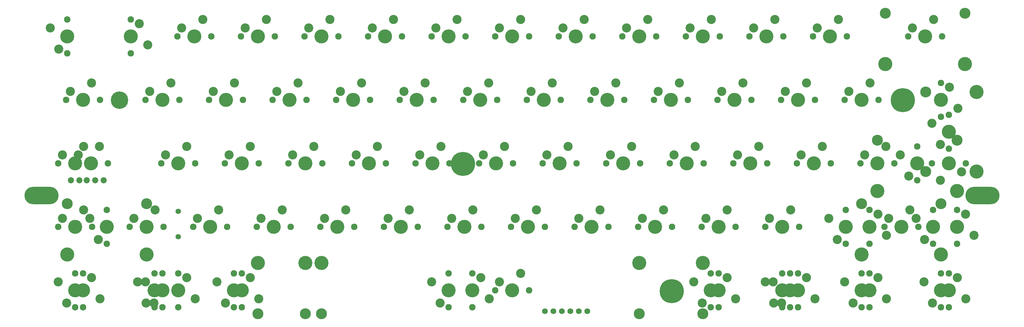
<source format=gts>
G04 (created by PCBNEW (2012-oct-18)-testing) date Fri 26 Oct 2012 04:47:30 PM CEST*
%MOIN*%
G04 Gerber Fmt 3.4, Leading zero omitted, Abs format*
%FSLAX34Y34*%
G01*
G70*
G90*
G04 APERTURE LIST*
%ADD10C,3.93701e-06*%
%ADD11C,0.1661*%
%ADD12C,0.1078*%
%ADD13C,0.0763*%
%ADD14C,0.1294*%
%ADD15C,0.1664*%
%ADD16C,0.285*%
%ADD17O,0.4031X0.2063*%
%ADD18C,0.2063*%
%ADD19C,0.0644*%
%ADD20C,0.0724*%
%ADD21C,0.0684551*%
G04 APERTURE END LIST*
G54D10*
G54D11*
X4539Y-18504D03*
G54D12*
X5539Y-16504D03*
X3039Y-17504D03*
G54D13*
X2539Y-18504D03*
G54D11*
X6414Y-18504D03*
G54D12*
X7414Y-16504D03*
X4914Y-17504D03*
G54D13*
X8414Y-18504D03*
G54D14*
X109539Y-754D03*
G54D15*
X109539Y-6754D03*
G54D14*
X3601Y-23254D03*
G54D15*
X3601Y-29254D03*
G54D14*
X12976Y-23254D03*
G54D15*
X12976Y-29254D03*
G54D14*
X106726Y-23254D03*
G54D15*
X106726Y-29254D03*
G54D14*
X97351Y-23254D03*
G54D15*
X97351Y-29254D03*
G54D14*
X108601Y-15754D03*
G54D15*
X108601Y-21754D03*
G54D14*
X99226Y-15754D03*
G54D15*
X99226Y-21754D03*
G54D14*
X104914Y-10066D03*
G54D15*
X110914Y-10066D03*
G54D14*
X104914Y-19441D03*
G54D15*
X110914Y-19441D03*
G54D14*
X100164Y-754D03*
G54D15*
X100164Y-6754D03*
G54D14*
X71101Y-36254D03*
G54D15*
X71101Y-30254D03*
G54D14*
X31726Y-36254D03*
G54D15*
X31726Y-30254D03*
G54D14*
X26101Y-36254D03*
G54D15*
X26101Y-30254D03*
G54D14*
X33601Y-36254D03*
G54D15*
X33601Y-30254D03*
G54D14*
X78601Y-36254D03*
G54D15*
X78601Y-30254D03*
G54D16*
X50322Y-18547D03*
G54D17*
X574Y-22284D03*
X111630Y-22284D03*
G54D16*
X74960Y-33583D03*
X102224Y-11024D03*
G54D18*
X9771Y-11024D03*
G54D19*
X16726Y-24141D03*
X16726Y-27141D03*
G54D11*
X98289Y-26004D03*
G54D12*
X100289Y-27004D03*
X99289Y-24504D03*
G54D13*
X98289Y-24004D03*
X98289Y-28004D03*
G54D11*
X105789Y-26004D03*
G54D12*
X103789Y-25004D03*
X104789Y-27504D03*
G54D13*
X105789Y-28004D03*
X105789Y-24004D03*
G54D11*
X4539Y-26004D03*
G54D12*
X5539Y-24004D03*
X3039Y-25004D03*
G54D13*
X2539Y-26004D03*
X6539Y-26004D03*
G54D11*
X48601Y-33504D03*
G54D12*
X46601Y-32504D03*
X47601Y-35004D03*
G54D13*
X48601Y-35504D03*
X48601Y-31504D03*
G54D11*
X56101Y-33504D03*
G54D12*
X57101Y-31504D03*
X54601Y-32504D03*
G54D13*
X54101Y-33504D03*
X58101Y-33504D03*
G54D11*
X78601Y-3504D03*
G54D12*
X79601Y-1504D03*
X77101Y-2504D03*
G54D13*
X76601Y-3504D03*
X80601Y-3504D03*
G54D11*
X106726Y-33504D03*
G54D12*
X104726Y-32504D03*
X105726Y-35004D03*
G54D13*
X106726Y-35504D03*
X106726Y-31504D03*
G54D11*
X97351Y-33504D03*
G54D12*
X95351Y-32504D03*
X96351Y-35004D03*
G54D13*
X97351Y-35504D03*
X97351Y-31504D03*
G54D11*
X24226Y-33504D03*
G54D12*
X26226Y-34504D03*
X25226Y-32004D03*
G54D13*
X24226Y-31504D03*
X24226Y-35504D03*
G54D11*
X89851Y-33504D03*
G54D12*
X91851Y-34504D03*
X90851Y-32004D03*
G54D13*
X89851Y-31504D03*
X89851Y-35504D03*
G54D11*
X80476Y-33504D03*
G54D12*
X82476Y-34504D03*
X81476Y-32004D03*
G54D13*
X80476Y-31504D03*
X80476Y-35504D03*
G54D11*
X14851Y-33504D03*
G54D12*
X12851Y-32504D03*
X13851Y-35004D03*
G54D13*
X14851Y-35504D03*
X14851Y-31504D03*
G54D11*
X16726Y-33504D03*
G54D12*
X18726Y-34504D03*
X17726Y-32004D03*
G54D13*
X16726Y-31504D03*
X16726Y-35504D03*
G54D11*
X5476Y-33504D03*
G54D12*
X7476Y-34504D03*
X6476Y-32004D03*
G54D13*
X5476Y-31504D03*
X5476Y-35504D03*
G54D11*
X107664Y-14754D03*
G54D12*
X105664Y-13754D03*
X106664Y-16254D03*
G54D13*
X107664Y-16754D03*
X107664Y-12754D03*
G54D11*
X108601Y-26004D03*
G54D12*
X110601Y-27004D03*
X109601Y-24504D03*
G54D13*
X108601Y-24004D03*
X108601Y-28004D03*
G54D11*
X37351Y-11004D03*
G54D12*
X38351Y-9004D03*
X35851Y-10004D03*
G54D13*
X35351Y-11004D03*
X39351Y-11004D03*
G54D11*
X44851Y-11004D03*
G54D12*
X45851Y-9004D03*
X43351Y-10004D03*
G54D13*
X42851Y-11004D03*
X46851Y-11004D03*
G54D11*
X52351Y-11004D03*
G54D12*
X53351Y-9004D03*
X50851Y-10004D03*
G54D13*
X50351Y-11004D03*
X54351Y-11004D03*
G54D11*
X59851Y-11004D03*
G54D12*
X60851Y-9004D03*
X58351Y-10004D03*
G54D13*
X57851Y-11004D03*
X61851Y-11004D03*
G54D11*
X67351Y-11004D03*
G54D12*
X68351Y-9004D03*
X65851Y-10004D03*
G54D13*
X65351Y-11004D03*
X69351Y-11004D03*
G54D11*
X74851Y-11004D03*
G54D12*
X75851Y-9004D03*
X73351Y-10004D03*
G54D13*
X72851Y-11004D03*
X76851Y-11004D03*
G54D11*
X82351Y-11004D03*
G54D12*
X83351Y-9004D03*
X80851Y-10004D03*
G54D13*
X80351Y-11004D03*
X84351Y-11004D03*
G54D11*
X89851Y-11004D03*
G54D12*
X90851Y-9004D03*
X88351Y-10004D03*
G54D13*
X87851Y-11004D03*
X91851Y-11004D03*
G54D11*
X97351Y-11004D03*
G54D12*
X98351Y-9004D03*
X95851Y-10004D03*
G54D13*
X95351Y-11004D03*
X99351Y-11004D03*
G54D11*
X106726Y-11004D03*
G54D12*
X108726Y-12004D03*
X107726Y-9504D03*
G54D13*
X106726Y-9004D03*
X106726Y-13004D03*
G54D11*
X16726Y-18504D03*
G54D12*
X17726Y-16504D03*
X15226Y-17504D03*
G54D13*
X14726Y-18504D03*
X18726Y-18504D03*
G54D11*
X24226Y-18504D03*
G54D12*
X25226Y-16504D03*
X22726Y-17504D03*
G54D13*
X22226Y-18504D03*
X26226Y-18504D03*
G54D11*
X31726Y-18504D03*
G54D12*
X32726Y-16504D03*
X30226Y-17504D03*
G54D13*
X29726Y-18504D03*
X33726Y-18504D03*
G54D11*
X39226Y-18504D03*
G54D12*
X40226Y-16504D03*
X37726Y-17504D03*
G54D13*
X37226Y-18504D03*
X41226Y-18504D03*
G54D11*
X46726Y-18504D03*
G54D12*
X47726Y-16504D03*
X45226Y-17504D03*
G54D13*
X44726Y-18504D03*
X48726Y-18504D03*
G54D11*
X54226Y-18504D03*
G54D12*
X55226Y-16504D03*
X52726Y-17504D03*
G54D13*
X52226Y-18504D03*
X56226Y-18504D03*
G54D11*
X61726Y-18504D03*
G54D12*
X62726Y-16504D03*
X60226Y-17504D03*
G54D13*
X59726Y-18504D03*
X63726Y-18504D03*
G54D11*
X3601Y-3504D03*
G54D12*
X1601Y-2504D03*
X2601Y-5004D03*
G54D13*
X3601Y-5504D03*
X3601Y-1504D03*
G54D11*
X11101Y-3504D03*
G54D12*
X13101Y-4504D03*
X12101Y-2004D03*
G54D13*
X11101Y-1504D03*
X11101Y-5504D03*
G54D11*
X18601Y-3504D03*
G54D12*
X19601Y-1504D03*
X17101Y-2504D03*
G54D13*
X16601Y-3504D03*
X20601Y-3504D03*
G54D11*
X26101Y-3504D03*
G54D12*
X27101Y-1504D03*
X24601Y-2504D03*
G54D13*
X24101Y-3504D03*
X28101Y-3504D03*
G54D11*
X33601Y-3504D03*
G54D12*
X34601Y-1504D03*
X32101Y-2504D03*
G54D13*
X31601Y-3504D03*
X35601Y-3504D03*
G54D11*
X41101Y-3504D03*
G54D12*
X42101Y-1504D03*
X39601Y-2504D03*
G54D13*
X39101Y-3504D03*
X43101Y-3504D03*
G54D11*
X48601Y-3504D03*
G54D12*
X49601Y-1504D03*
X47101Y-2504D03*
G54D13*
X46601Y-3504D03*
X50601Y-3504D03*
G54D11*
X56101Y-3504D03*
G54D12*
X57101Y-1504D03*
X54601Y-2504D03*
G54D13*
X54101Y-3504D03*
X58101Y-3504D03*
G54D11*
X63601Y-3504D03*
G54D12*
X64601Y-1504D03*
X62101Y-2504D03*
G54D13*
X61601Y-3504D03*
X65601Y-3504D03*
G54D11*
X71101Y-3504D03*
G54D12*
X72101Y-1504D03*
X69601Y-2504D03*
G54D13*
X69101Y-3504D03*
X73101Y-3504D03*
G54D11*
X86101Y-3504D03*
G54D12*
X87101Y-1504D03*
X84601Y-2504D03*
G54D13*
X84101Y-3504D03*
X88101Y-3504D03*
G54D11*
X93601Y-3504D03*
G54D12*
X94601Y-1504D03*
X92101Y-2504D03*
G54D13*
X91601Y-3504D03*
X95601Y-3504D03*
G54D11*
X104851Y-3504D03*
G54D12*
X105851Y-1504D03*
X103351Y-2504D03*
G54D13*
X102851Y-3504D03*
X106851Y-3504D03*
G54D11*
X5476Y-11004D03*
G54D12*
X6476Y-9004D03*
X3976Y-10004D03*
G54D13*
X3476Y-11004D03*
X7476Y-11004D03*
G54D11*
X14851Y-11004D03*
G54D12*
X15851Y-9004D03*
X13351Y-10004D03*
G54D13*
X12851Y-11004D03*
X16851Y-11004D03*
G54D11*
X22351Y-11004D03*
G54D12*
X23351Y-9004D03*
X20851Y-10004D03*
G54D13*
X20351Y-11004D03*
X24351Y-11004D03*
G54D11*
X29851Y-11004D03*
G54D12*
X30851Y-9004D03*
X28351Y-10004D03*
G54D13*
X27851Y-11004D03*
X31851Y-11004D03*
G54D11*
X95476Y-26004D03*
G54D12*
X93476Y-25004D03*
X94476Y-27504D03*
G54D13*
X95476Y-28004D03*
X95476Y-24004D03*
G54D11*
X102039Y-26004D03*
G54D12*
X103039Y-24004D03*
X100539Y-25004D03*
G54D13*
X100039Y-26004D03*
X104039Y-26004D03*
G54D11*
X4539Y-33504D03*
G54D12*
X2539Y-32504D03*
X3539Y-35004D03*
G54D13*
X4539Y-35504D03*
X4539Y-31504D03*
G54D11*
X23289Y-33504D03*
G54D12*
X21289Y-32504D03*
X22289Y-35004D03*
G54D13*
X23289Y-35504D03*
X23289Y-31504D03*
G54D11*
X51414Y-33504D03*
G54D12*
X53414Y-34504D03*
X52414Y-32004D03*
G54D13*
X51414Y-31504D03*
X51414Y-35504D03*
G54D11*
X79539Y-33504D03*
G54D12*
X77539Y-32504D03*
X78539Y-35004D03*
G54D13*
X79539Y-35504D03*
X79539Y-31504D03*
G54D11*
X88914Y-33504D03*
G54D12*
X86914Y-32504D03*
X87914Y-35004D03*
G54D13*
X88914Y-35504D03*
X88914Y-31504D03*
G54D11*
X98289Y-33504D03*
G54D12*
X100289Y-34504D03*
X99289Y-32004D03*
G54D13*
X98289Y-31504D03*
X98289Y-35504D03*
G54D11*
X107664Y-33504D03*
G54D12*
X109664Y-34504D03*
X108664Y-32004D03*
G54D13*
X107664Y-31504D03*
X107664Y-35504D03*
G54D11*
X69226Y-18504D03*
G54D12*
X70226Y-16504D03*
X67726Y-17504D03*
G54D13*
X67226Y-18504D03*
X71226Y-18504D03*
G54D11*
X76726Y-18504D03*
G54D12*
X77726Y-16504D03*
X75226Y-17504D03*
G54D13*
X74726Y-18504D03*
X78726Y-18504D03*
G54D11*
X84226Y-18504D03*
G54D12*
X85226Y-16504D03*
X82726Y-17504D03*
G54D13*
X82226Y-18504D03*
X86226Y-18504D03*
G54D11*
X91726Y-18504D03*
G54D12*
X92726Y-16504D03*
X90226Y-17504D03*
G54D13*
X89726Y-18504D03*
X93726Y-18504D03*
G54D11*
X99226Y-18504D03*
G54D12*
X100226Y-16504D03*
X97726Y-17504D03*
G54D13*
X97226Y-18504D03*
X101226Y-18504D03*
G54D11*
X103914Y-18504D03*
G54D12*
X101914Y-17504D03*
X102914Y-20004D03*
G54D13*
X103914Y-20504D03*
X103914Y-16504D03*
G54D11*
X8289Y-26004D03*
G54D12*
X6289Y-25004D03*
X7289Y-27504D03*
G54D13*
X8289Y-28004D03*
X8289Y-24004D03*
G54D11*
X12976Y-26004D03*
G54D12*
X13976Y-24004D03*
X11476Y-25004D03*
G54D13*
X10976Y-26004D03*
X14976Y-26004D03*
G54D11*
X20476Y-26004D03*
G54D12*
X21476Y-24004D03*
X18976Y-25004D03*
G54D13*
X18476Y-26004D03*
X22476Y-26004D03*
G54D11*
X27976Y-26004D03*
G54D12*
X28976Y-24004D03*
X26476Y-25004D03*
G54D13*
X25976Y-26004D03*
X29976Y-26004D03*
G54D11*
X42976Y-26004D03*
G54D12*
X43976Y-24004D03*
X41476Y-25004D03*
G54D13*
X40976Y-26004D03*
X44976Y-26004D03*
G54D11*
X50476Y-26004D03*
G54D12*
X51476Y-24004D03*
X48976Y-25004D03*
G54D13*
X48476Y-26004D03*
X52476Y-26004D03*
G54D11*
X57976Y-26004D03*
G54D12*
X58976Y-24004D03*
X56476Y-25004D03*
G54D13*
X55976Y-26004D03*
X59976Y-26004D03*
G54D11*
X65476Y-26004D03*
G54D12*
X66476Y-24004D03*
X63976Y-25004D03*
G54D13*
X63476Y-26004D03*
X67476Y-26004D03*
G54D11*
X72976Y-26004D03*
G54D12*
X73976Y-24004D03*
X71476Y-25004D03*
G54D13*
X70976Y-26004D03*
X74976Y-26004D03*
G54D11*
X80476Y-26004D03*
G54D12*
X81476Y-24004D03*
X78976Y-25004D03*
G54D13*
X78476Y-26004D03*
X82476Y-26004D03*
G54D11*
X87976Y-26004D03*
G54D12*
X88976Y-24004D03*
X86476Y-25004D03*
G54D13*
X85976Y-26004D03*
X89976Y-26004D03*
G54D11*
X13914Y-33504D03*
G54D12*
X11914Y-32504D03*
X12914Y-35004D03*
G54D13*
X13914Y-35504D03*
X13914Y-31504D03*
G54D11*
X87976Y-33504D03*
G54D12*
X85976Y-32504D03*
X86976Y-35004D03*
G54D13*
X87976Y-35504D03*
X87976Y-31504D03*
G54D11*
X35476Y-26004D03*
G54D12*
X36476Y-24004D03*
X33976Y-25004D03*
G54D13*
X33476Y-26004D03*
X37476Y-26004D03*
G54D20*
X4039Y-20504D03*
X5039Y-20504D03*
X5914Y-20504D03*
X6914Y-20504D03*
X7914Y-20504D03*
X6914Y-20504D03*
G54D11*
X107663Y-18503D03*
G54D12*
X106663Y-20503D03*
X109163Y-19503D03*
G54D13*
X109663Y-18503D03*
X105663Y-18503D03*
G54D21*
X64976Y-35941D03*
X60976Y-35941D03*
X62976Y-35941D03*
X59976Y-35941D03*
X61976Y-35941D03*
X63976Y-35941D03*
M02*

</source>
